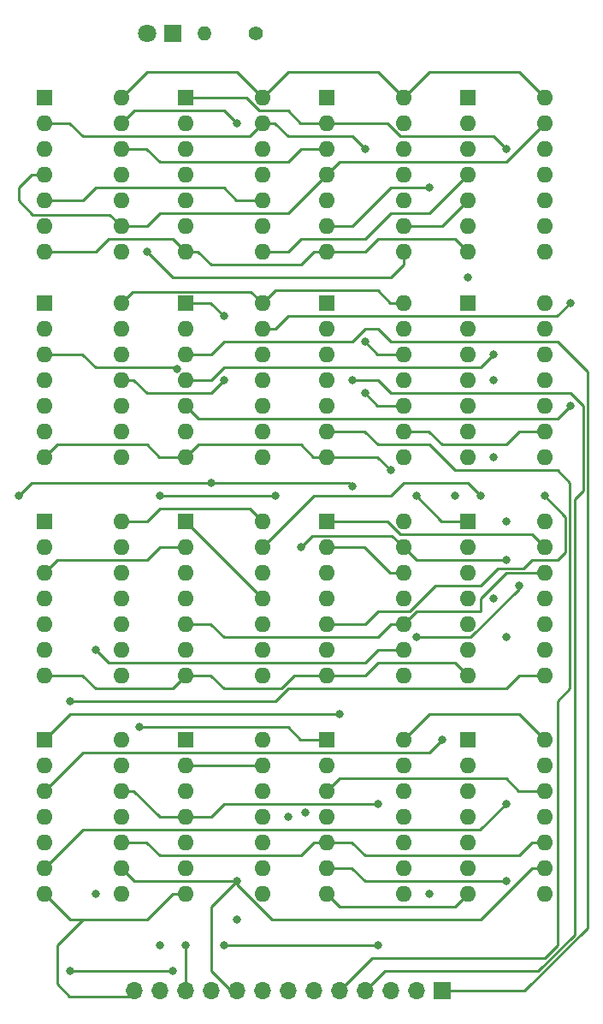
<source format=gbl>
%TF.GenerationSoftware,KiCad,Pcbnew,(6.0.9)*%
%TF.CreationDate,2025-06-18T12:23:39-04:00*%
%TF.ProjectId,Seven Segment Display,53657665-6e20-4536-9567-6d656e742044,2*%
%TF.SameCoordinates,Original*%
%TF.FileFunction,Copper,L4,Bot*%
%TF.FilePolarity,Positive*%
%FSLAX46Y46*%
G04 Gerber Fmt 4.6, Leading zero omitted, Abs format (unit mm)*
G04 Created by KiCad (PCBNEW (6.0.9)) date 2025-06-18 12:23:39*
%MOMM*%
%LPD*%
G01*
G04 APERTURE LIST*
%TA.AperFunction,ComponentPad*%
%ADD10R,1.800000X1.800000*%
%TD*%
%TA.AperFunction,ComponentPad*%
%ADD11C,1.800000*%
%TD*%
%TA.AperFunction,ComponentPad*%
%ADD12O,1.700000X1.700000*%
%TD*%
%TA.AperFunction,ComponentPad*%
%ADD13R,1.700000X1.700000*%
%TD*%
%TA.AperFunction,ComponentPad*%
%ADD14R,1.600000X1.600000*%
%TD*%
%TA.AperFunction,ComponentPad*%
%ADD15O,1.600000X1.600000*%
%TD*%
%TA.AperFunction,ComponentPad*%
%ADD16C,1.400000*%
%TD*%
%TA.AperFunction,ComponentPad*%
%ADD17O,1.400000X1.400000*%
%TD*%
%TA.AperFunction,ViaPad*%
%ADD18C,0.800000*%
%TD*%
%TA.AperFunction,Conductor*%
%ADD19C,0.250000*%
%TD*%
G04 APERTURE END LIST*
D10*
%TO.P,D1,1,K*%
%TO.N,Net-(D1-Pad1)*%
X127000000Y-33020000D03*
D11*
%TO.P,D1,2,A*%
%TO.N,+5V*%
X124460000Y-33020000D03*
%TD*%
D12*
%TO.P,J1,13,Pin_13*%
%TO.N,GND*%
X123185000Y-127705000D03*
%TO.P,J1,12,Pin_12*%
%TO.N,+5V*%
X125725000Y-127705000D03*
%TO.P,J1,11,Pin_11*%
%TO.N,D*%
X128265000Y-127705000D03*
%TO.P,J1,10,Pin_10*%
%TO.N,C*%
X130805000Y-127705000D03*
%TO.P,J1,9,Pin_9*%
%TO.N,B*%
X133345000Y-127705000D03*
%TO.P,J1,8,Pin_8*%
%TO.N,A*%
X135885000Y-127705000D03*
%TO.P,J1,7,Pin_7*%
%TO.N,G-segment*%
X138425000Y-127705000D03*
%TO.P,J1,6,Pin_6*%
%TO.N,F-segment*%
X140965000Y-127705000D03*
%TO.P,J1,5,Pin_5*%
%TO.N,E-segment*%
X143505000Y-127705000D03*
%TO.P,J1,4,Pin_4*%
%TO.N,D-segment*%
X146045000Y-127705000D03*
%TO.P,J1,3,Pin_3*%
%TO.N,C-segment*%
X148585000Y-127705000D03*
%TO.P,J1,2,Pin_2*%
%TO.N,B-segment*%
X151125000Y-127705000D03*
D13*
%TO.P,J1,1,Pin_1*%
%TO.N,A-segment*%
X153665000Y-127705000D03*
%TD*%
D14*
%TO.P,U1,1*%
%TO.N,A*%
X142245000Y-81285000D03*
D15*
%TO.P,U1,2*%
%TO.N,B'*%
X142245000Y-83825000D03*
%TO.P,U1,3*%
%TO.N,Net-(U1-Pad3)*%
X142245000Y-86365000D03*
%TO.P,U1,4*%
%TO.N,A'*%
X142245000Y-88905000D03*
%TO.P,U1,5*%
%TO.N,Net-(U1-Pad5)*%
X142245000Y-91445000D03*
%TO.P,U1,6*%
%TO.N,Net-(U1-Pad6)*%
X142245000Y-93985000D03*
%TO.P,U1,7,GND*%
%TO.N,GND*%
X142245000Y-96525000D03*
%TO.P,U1,8*%
%TO.N,Net-(U1-Pad8)*%
X149865000Y-96525000D03*
%TO.P,U1,9*%
%TO.N,C'*%
X149865000Y-93985000D03*
%TO.P,U1,10*%
%TO.N,D*%
X149865000Y-91445000D03*
%TO.P,U1,11*%
%TO.N,Net-(U1-Pad11)*%
X149865000Y-88905000D03*
%TO.P,U1,12*%
%TO.N,B'*%
X149865000Y-86365000D03*
%TO.P,U1,13*%
%TO.N,D'*%
X149865000Y-83825000D03*
%TO.P,U1,14,VCC*%
%TO.N,+5V*%
X149865000Y-81285000D03*
%TD*%
D14*
%TO.P,U10,1*%
%TO.N,Net-(U10-Pad1)*%
X114305000Y-59695000D03*
D15*
%TO.P,U10,2*%
%TO.N,D'*%
X114305000Y-62235000D03*
%TO.P,U10,3*%
%TO.N,Net-(U10-Pad3)*%
X114305000Y-64775000D03*
%TO.P,U10,4*%
%TO.N,Net-(U10-Pad4)*%
X114305000Y-67315000D03*
%TO.P,U10,5*%
%TO.N,C*%
X114305000Y-69855000D03*
%TO.P,U10,6*%
%TO.N,Net-(U10-Pad6)*%
X114305000Y-72395000D03*
%TO.P,U10,7,GND*%
%TO.N,GND*%
X114305000Y-74935000D03*
%TO.P,U10,8*%
%TO.N,Net-(U10-Pad12)*%
X121925000Y-74935000D03*
%TO.P,U10,9*%
%TO.N,Net-(U10-Pad9)*%
X121925000Y-72395000D03*
%TO.P,U10,10*%
%TO.N,Net-(U10-Pad10)*%
X121925000Y-69855000D03*
%TO.P,U10,11*%
%TO.N,Net-(U10-Pad11)*%
X121925000Y-67315000D03*
%TO.P,U10,12*%
%TO.N,Net-(U10-Pad12)*%
X121925000Y-64775000D03*
%TO.P,U10,13*%
%TO.N,Net-(U10-Pad13)*%
X121925000Y-62235000D03*
%TO.P,U10,14,VCC*%
%TO.N,+5V*%
X121925000Y-59695000D03*
%TD*%
D14*
%TO.P,U15,1*%
%TO.N,Net-(U11-Pad6)*%
X142245000Y-102875000D03*
D15*
%TO.P,U15,2*%
%TO.N,Net-(U13-Pad6)*%
X142245000Y-105415000D03*
%TO.P,U15,3*%
%TO.N,Net-(U13-Pad12)*%
X142245000Y-107955000D03*
%TO.P,U15,4*%
%TO.N,Net-(U11-Pad8)*%
X142245000Y-110495000D03*
%TO.P,U15,5*%
%TO.N,C'*%
X142245000Y-113035000D03*
%TO.P,U15,6*%
%TO.N,Net-(U13-Pad13)*%
X142245000Y-115575000D03*
%TO.P,U15,7,GND*%
%TO.N,GND*%
X142245000Y-118115000D03*
%TO.P,U15,8*%
%TO.N,Net-(U14-Pad12)*%
X149865000Y-118115000D03*
%TO.P,U15,9*%
%TO.N,A*%
X149865000Y-115575000D03*
%TO.P,U15,10*%
%TO.N,Net-(U14-Pad6)*%
X149865000Y-113035000D03*
%TO.P,U15,11*%
%TO.N,Net-(U14-Pad13)*%
X149865000Y-110495000D03*
%TO.P,U15,12*%
%TO.N,Net-(U14-Pad8)*%
X149865000Y-107955000D03*
%TO.P,U15,13*%
%TO.N,C*%
X149865000Y-105415000D03*
%TO.P,U15,14,VCC*%
%TO.N,+5V*%
X149865000Y-102875000D03*
%TD*%
D14*
%TO.P,U4,1*%
%TO.N,A'*%
X128275000Y-39375000D03*
D15*
%TO.P,U4,2*%
%TO.N,Net-(U10-Pad6)*%
X128275000Y-41915000D03*
%TO.P,U4,3*%
%TO.N,Net-(U10-Pad9)*%
X128275000Y-44455000D03*
%TO.P,U4,4*%
%TO.N,A*%
X128275000Y-46995000D03*
%TO.P,U4,5*%
%TO.N,Net-(U10-Pad3)*%
X128275000Y-49535000D03*
%TO.P,U4,6*%
%TO.N,Net-(U10-Pad10)*%
X128275000Y-52075000D03*
%TO.P,U4,7,GND*%
%TO.N,GND*%
X128275000Y-54615000D03*
%TO.P,U4,8*%
%TO.N,Net-(U4-Pad8)*%
X135895000Y-54615000D03*
%TO.P,U4,9*%
%TO.N,A*%
X135895000Y-52075000D03*
%TO.P,U4,10*%
%TO.N,C'*%
X135895000Y-49535000D03*
%TO.P,U4,11*%
%TO.N,Net-(U4-Pad11)*%
X135895000Y-46995000D03*
%TO.P,U4,12*%
%TO.N,C*%
X135895000Y-44455000D03*
%TO.P,U4,13*%
%TO.N,D*%
X135895000Y-41915000D03*
%TO.P,U4,14,VCC*%
%TO.N,+5V*%
X135895000Y-39375000D03*
%TD*%
D16*
%TO.P,R1,1*%
%TO.N,GND*%
X135230000Y-33020000D03*
D17*
%TO.P,R1,2*%
%TO.N,Net-(D1-Pad1)*%
X130150000Y-33020000D03*
%TD*%
D14*
%TO.P,U11,1*%
%TO.N,Net-(U11-Pad1)*%
X128275000Y-102875000D03*
D15*
%TO.P,U11,2*%
%TO.N,D'*%
X128275000Y-105415000D03*
%TO.P,U11,3*%
%TO.N,Net-(U11-Pad3)*%
X128275000Y-107955000D03*
%TO.P,U11,4*%
%TO.N,A*%
X128275000Y-110495000D03*
%TO.P,U11,5*%
%TO.N,D*%
X128275000Y-113035000D03*
%TO.P,U11,6*%
%TO.N,Net-(U11-Pad6)*%
X128275000Y-115575000D03*
%TO.P,U11,7,GND*%
%TO.N,GND*%
X128275000Y-118115000D03*
%TO.P,U11,8*%
%TO.N,Net-(U11-Pad8)*%
X135895000Y-118115000D03*
%TO.P,U11,9*%
%TO.N,A'*%
X135895000Y-115575000D03*
%TO.P,U11,10*%
%TO.N,B*%
X135895000Y-113035000D03*
%TO.P,U11,11*%
%TO.N,Net-(U11-Pad11)*%
X135895000Y-110495000D03*
%TO.P,U11,12*%
%TO.N,Net-(U11-Pad12)*%
X135895000Y-107955000D03*
%TO.P,U11,13*%
%TO.N,D'*%
X135895000Y-105415000D03*
%TO.P,U11,14,VCC*%
%TO.N,+5V*%
X135895000Y-102875000D03*
%TD*%
D14*
%TO.P,U8,1*%
%TO.N,Net-(U1-Pad3)*%
X156215000Y-81285000D03*
D15*
%TO.P,U8,2*%
%TO.N,Net-(U1-Pad6)*%
X156215000Y-83825000D03*
%TO.P,U8,3*%
%TO.N,Net-(U2-Pad4)*%
X156215000Y-86365000D03*
%TO.P,U8,4*%
%TO.N,Net-(U6-Pad6)*%
X156215000Y-88905000D03*
%TO.P,U8,5*%
%TO.N,Net-(U6-Pad3)*%
X156215000Y-91445000D03*
%TO.P,U8,6*%
%TO.N,Net-(U7-Pad2)*%
X156215000Y-93985000D03*
%TO.P,U8,7,GND*%
%TO.N,GND*%
X156215000Y-96525000D03*
%TO.P,U8,8*%
%TO.N,Net-(U6-Pad2)*%
X163835000Y-96525000D03*
%TO.P,U8,9*%
%TO.N,B'*%
X163835000Y-93985000D03*
%TO.P,U8,10*%
%TO.N,D'*%
X163835000Y-91445000D03*
%TO.P,U8,11*%
%TO.N,Net-(U6-Pad5)*%
X163835000Y-88905000D03*
%TO.P,U8,12*%
%TO.N,D*%
X163835000Y-86365000D03*
%TO.P,U8,13*%
%TO.N,A*%
X163835000Y-83825000D03*
%TO.P,U8,14,VCC*%
%TO.N,+5V*%
X163835000Y-81285000D03*
%TD*%
D14*
%TO.P,U12,1*%
%TO.N,A*%
X142245000Y-39375000D03*
D15*
%TO.P,U12,2*%
%TO.N,A'*%
X142245000Y-41915000D03*
%TO.P,U12,3*%
%TO.N,B*%
X142245000Y-44455000D03*
%TO.P,U12,4*%
%TO.N,B'*%
X142245000Y-46995000D03*
%TO.P,U12,5*%
%TO.N,C*%
X142245000Y-49535000D03*
%TO.P,U12,6*%
%TO.N,C'*%
X142245000Y-52075000D03*
%TO.P,U12,7,GND*%
%TO.N,GND*%
X142245000Y-54615000D03*
%TO.P,U12,8*%
%TO.N,D'*%
X149865000Y-54615000D03*
%TO.P,U12,9*%
%TO.N,D*%
X149865000Y-52075000D03*
%TO.P,U12,10*%
%TO.N,N/C*%
X149865000Y-49535000D03*
%TO.P,U12,11*%
X149865000Y-46995000D03*
%TO.P,U12,12*%
X149865000Y-44455000D03*
%TO.P,U12,13*%
X149865000Y-41915000D03*
%TO.P,U12,14,VCC*%
%TO.N,+5V*%
X149865000Y-39375000D03*
%TD*%
D14*
%TO.P,U13,1*%
%TO.N,Net-(U13-Pad1)*%
X156215000Y-102875000D03*
D15*
%TO.P,U13,2*%
%TO.N,Net-(U11-Pad11)*%
X156215000Y-105415000D03*
%TO.P,U13,3*%
%TO.N,F-segment*%
X156215000Y-107955000D03*
%TO.P,U13,4*%
%TO.N,B'*%
X156215000Y-110495000D03*
%TO.P,U13,5*%
%TO.N,C*%
X156215000Y-113035000D03*
%TO.P,U13,6*%
%TO.N,Net-(U13-Pad6)*%
X156215000Y-115575000D03*
%TO.P,U13,7,GND*%
%TO.N,GND*%
X156215000Y-118115000D03*
%TO.P,U13,8*%
%TO.N,Net-(U11-Pad12)*%
X163835000Y-118115000D03*
%TO.P,U13,9*%
%TO.N,B*%
X163835000Y-115575000D03*
%TO.P,U13,10*%
%TO.N,C'*%
X163835000Y-113035000D03*
%TO.P,U13,11*%
%TO.N,Net-(U13-Pad1)*%
X163835000Y-110495000D03*
%TO.P,U13,12*%
%TO.N,Net-(U13-Pad12)*%
X163835000Y-107955000D03*
%TO.P,U13,13*%
%TO.N,Net-(U13-Pad13)*%
X163835000Y-105415000D03*
%TO.P,U13,14,VCC*%
%TO.N,+5V*%
X163835000Y-102875000D03*
%TD*%
D14*
%TO.P,U2,1*%
%TO.N,C'*%
X156215000Y-59695000D03*
D15*
%TO.P,U2,2*%
%TO.N,D'*%
X156215000Y-62235000D03*
%TO.P,U2,3*%
%TO.N,Net-(U2-Pad3)*%
X156215000Y-64775000D03*
%TO.P,U2,4*%
%TO.N,Net-(U2-Pad4)*%
X156215000Y-67315000D03*
%TO.P,U2,5*%
%TO.N,Net-(U1-Pad8)*%
X156215000Y-69855000D03*
%TO.P,U2,6*%
%TO.N,C-segment*%
X156215000Y-72395000D03*
%TO.P,U2,7,GND*%
%TO.N,GND*%
X156215000Y-74935000D03*
%TO.P,U2,8*%
%TO.N,Net-(U2-Pad12)*%
X163835000Y-74935000D03*
%TO.P,U2,9*%
%TO.N,B*%
X163835000Y-72395000D03*
%TO.P,U2,10*%
%TO.N,C'*%
X163835000Y-69855000D03*
%TO.P,U2,11*%
%TO.N,Net-(U1-Pad5)*%
X163835000Y-67315000D03*
%TO.P,U2,12*%
%TO.N,Net-(U2-Pad12)*%
X163835000Y-64775000D03*
%TO.P,U2,13*%
%TO.N,D*%
X163835000Y-62235000D03*
%TO.P,U2,14,VCC*%
%TO.N,+5V*%
X163835000Y-59695000D03*
%TD*%
D14*
%TO.P,U14,1*%
%TO.N,Net-(U14-Pad1)*%
X128275000Y-81285000D03*
D15*
%TO.P,U14,2*%
%TO.N,Net-(U14-Pad2)*%
X128275000Y-83825000D03*
%TO.P,U14,3*%
%TO.N,G-segment*%
X128275000Y-86365000D03*
%TO.P,U14,4*%
%TO.N,B'*%
X128275000Y-88905000D03*
%TO.P,U14,5*%
%TO.N,D*%
X128275000Y-91445000D03*
%TO.P,U14,6*%
%TO.N,Net-(U14-Pad6)*%
X128275000Y-93985000D03*
%TO.P,U14,7,GND*%
%TO.N,GND*%
X128275000Y-96525000D03*
%TO.P,U14,8*%
%TO.N,Net-(U14-Pad8)*%
X135895000Y-96525000D03*
%TO.P,U14,9*%
%TO.N,B'*%
X135895000Y-93985000D03*
%TO.P,U14,10*%
%TO.N,D'*%
X135895000Y-91445000D03*
%TO.P,U14,11*%
%TO.N,Net-(U14-Pad1)*%
X135895000Y-88905000D03*
%TO.P,U14,12*%
%TO.N,Net-(U14-Pad12)*%
X135895000Y-86365000D03*
%TO.P,U14,13*%
%TO.N,Net-(U14-Pad13)*%
X135895000Y-83825000D03*
%TO.P,U14,14,VCC*%
%TO.N,+5V*%
X135895000Y-81285000D03*
%TD*%
D14*
%TO.P,U6,1*%
%TO.N,C*%
X114305000Y-102875000D03*
D15*
%TO.P,U6,2*%
%TO.N,Net-(U6-Pad2)*%
X114305000Y-105415000D03*
%TO.P,U6,3*%
%TO.N,Net-(U6-Pad3)*%
X114305000Y-107955000D03*
%TO.P,U6,4*%
%TO.N,Net-(U6-Pad4)*%
X114305000Y-110495000D03*
%TO.P,U6,5*%
%TO.N,Net-(U6-Pad5)*%
X114305000Y-113035000D03*
%TO.P,U6,6*%
%TO.N,Net-(U6-Pad6)*%
X114305000Y-115575000D03*
%TO.P,U6,7,GND*%
%TO.N,GND*%
X114305000Y-118115000D03*
%TO.P,U6,8*%
%TO.N,Net-(U6-Pad4)*%
X121925000Y-118115000D03*
%TO.P,U6,9*%
%TO.N,B*%
X121925000Y-115575000D03*
%TO.P,U6,10*%
%TO.N,C'*%
X121925000Y-113035000D03*
%TO.P,U6,11*%
%TO.N,Net-(U6-Pad11)*%
X121925000Y-110495000D03*
%TO.P,U6,12*%
%TO.N,A*%
X121925000Y-107955000D03*
%TO.P,U6,13*%
%TO.N,Net-(U6-Pad13)*%
X121925000Y-105415000D03*
%TO.P,U6,14,VCC*%
%TO.N,+5V*%
X121925000Y-102875000D03*
%TD*%
D14*
%TO.P,U7,1*%
%TO.N,Net-(U1-Pad11)*%
X142245000Y-59695000D03*
D15*
%TO.P,U7,2*%
%TO.N,Net-(U7-Pad2)*%
X142245000Y-62235000D03*
%TO.P,U7,3*%
%TO.N,D-segment*%
X142245000Y-64775000D03*
%TO.P,U7,4*%
%TO.N,Net-(U6-Pad11)*%
X142245000Y-67315000D03*
%TO.P,U7,5*%
%TO.N,Net-(U11-Pad3)*%
X142245000Y-69855000D03*
%TO.P,U7,6*%
%TO.N,E-segment*%
X142245000Y-72395000D03*
%TO.P,U7,7,GND*%
%TO.N,GND*%
X142245000Y-74935000D03*
%TO.P,U7,8*%
%TO.N,Net-(U6-Pad13)*%
X149865000Y-74935000D03*
%TO.P,U7,9*%
%TO.N,B*%
X149865000Y-72395000D03*
%TO.P,U7,10*%
%TO.N,C*%
X149865000Y-69855000D03*
%TO.P,U7,11*%
%TO.N,Net-(U11-Pad1)*%
X149865000Y-67315000D03*
%TO.P,U7,12*%
%TO.N,C*%
X149865000Y-64775000D03*
%TO.P,U7,13*%
%TO.N,B'*%
X149865000Y-62235000D03*
%TO.P,U7,14,VCC*%
%TO.N,+5V*%
X149865000Y-59695000D03*
%TD*%
D14*
%TO.P,U9,1*%
%TO.N,Net-(U10-Pad11)*%
X128275000Y-59695000D03*
D15*
%TO.P,U9,2*%
%TO.N,Net-(U3-Pad11)*%
X128275000Y-62235000D03*
%TO.P,U9,3*%
%TO.N,A-segment*%
X128275000Y-64775000D03*
%TO.P,U9,4*%
%TO.N,Net-(U5-Pad6)*%
X128275000Y-67315000D03*
%TO.P,U9,5*%
%TO.N,Net-(U5-Pad8)*%
X128275000Y-69855000D03*
%TO.P,U9,6*%
%TO.N,Net-(U9-Pad12)*%
X128275000Y-72395000D03*
%TO.P,U9,7,GND*%
%TO.N,GND*%
X128275000Y-74935000D03*
%TO.P,U9,8*%
%TO.N,Net-(U5-Pad10)*%
X135895000Y-74935000D03*
%TO.P,U9,9*%
%TO.N,Net-(U4-Pad11)*%
X135895000Y-72395000D03*
%TO.P,U9,10*%
%TO.N,Net-(U5-Pad3)*%
X135895000Y-69855000D03*
%TO.P,U9,11*%
%TO.N,B-segment*%
X135895000Y-67315000D03*
%TO.P,U9,12*%
%TO.N,Net-(U9-Pad12)*%
X135895000Y-64775000D03*
%TO.P,U9,13*%
%TO.N,Net-(U5-Pad11)*%
X135895000Y-62235000D03*
%TO.P,U9,14,VCC*%
%TO.N,+5V*%
X135895000Y-59695000D03*
%TD*%
D14*
%TO.P,U16,1*%
%TO.N,Net-(U16-Pad1)*%
X114305000Y-81285000D03*
D15*
%TO.P,U16,2*%
%TO.N,C'*%
X114305000Y-83825000D03*
%TO.P,U16,3*%
%TO.N,Net-(U14-Pad2)*%
X114305000Y-86365000D03*
%TO.P,U16,4*%
%TO.N,A'*%
X114305000Y-88905000D03*
%TO.P,U16,5*%
%TO.N,B*%
X114305000Y-91445000D03*
%TO.P,U16,6*%
%TO.N,Net-(U16-Pad1)*%
X114305000Y-93985000D03*
%TO.P,U16,7,GND*%
%TO.N,GND*%
X114305000Y-96525000D03*
%TO.P,U16,8*%
%TO.N,unconnected-(U16-Pad8)*%
X121925000Y-96525000D03*
%TO.P,U16,9*%
%TO.N,unconnected-(U16-Pad9)*%
X121925000Y-93985000D03*
%TO.P,U16,10*%
%TO.N,unconnected-(U16-Pad10)*%
X121925000Y-91445000D03*
%TO.P,U16,11*%
%TO.N,unconnected-(U16-Pad11)*%
X121925000Y-88905000D03*
%TO.P,U16,12*%
%TO.N,unconnected-(U16-Pad12)*%
X121925000Y-86365000D03*
%TO.P,U16,13*%
%TO.N,unconnected-(U16-Pad13)*%
X121925000Y-83825000D03*
%TO.P,U16,14,VCC*%
%TO.N,+5V*%
X121925000Y-81285000D03*
%TD*%
D14*
%TO.P,U3,1*%
%TO.N,B*%
X114305000Y-39375000D03*
D15*
%TO.P,U3,2*%
%TO.N,D*%
X114305000Y-41915000D03*
%TO.P,U3,3*%
%TO.N,Net-(U10-Pad4)*%
X114305000Y-44455000D03*
%TO.P,U3,4*%
%TO.N,B'*%
X114305000Y-46995000D03*
%TO.P,U3,5*%
%TO.N,C'*%
X114305000Y-49535000D03*
%TO.P,U3,6*%
%TO.N,Net-(U10-Pad1)*%
X114305000Y-52075000D03*
%TO.P,U3,7,GND*%
%TO.N,GND*%
X114305000Y-54615000D03*
%TO.P,U3,8*%
%TO.N,Net-(U10-Pad13)*%
X121925000Y-54615000D03*
%TO.P,U3,9*%
%TO.N,B'*%
X121925000Y-52075000D03*
%TO.P,U3,10*%
%TO.N,D'*%
X121925000Y-49535000D03*
%TO.P,U3,11*%
%TO.N,Net-(U3-Pad11)*%
X121925000Y-46995000D03*
%TO.P,U3,12*%
%TO.N,B*%
X121925000Y-44455000D03*
%TO.P,U3,13*%
%TO.N,C*%
X121925000Y-41915000D03*
%TO.P,U3,14,VCC*%
%TO.N,+5V*%
X121925000Y-39375000D03*
%TD*%
D14*
%TO.P,U5,1*%
%TO.N,C'*%
X156205000Y-39375000D03*
D15*
%TO.P,U5,2*%
%TO.N,D'*%
X156205000Y-41915000D03*
%TO.P,U5,3*%
%TO.N,Net-(U5-Pad3)*%
X156205000Y-44455000D03*
%TO.P,U5,4*%
%TO.N,Net-(U4-Pad8)*%
X156205000Y-46995000D03*
%TO.P,U5,5*%
%TO.N,D*%
X156205000Y-49535000D03*
%TO.P,U5,6*%
%TO.N,Net-(U5-Pad6)*%
X156205000Y-52075000D03*
%TO.P,U5,7,GND*%
%TO.N,GND*%
X156205000Y-54615000D03*
%TO.P,U5,8*%
%TO.N,Net-(U5-Pad8)*%
X163825000Y-54615000D03*
%TO.P,U5,9*%
%TO.N,A'*%
X163825000Y-52075000D03*
%TO.P,U5,10*%
%TO.N,Net-(U5-Pad10)*%
X163825000Y-49535000D03*
%TO.P,U5,11*%
%TO.N,Net-(U5-Pad11)*%
X163825000Y-46995000D03*
%TO.P,U5,12*%
%TO.N,Net-(U2-Pad3)*%
X163825000Y-44455000D03*
%TO.P,U5,13*%
%TO.N,B'*%
X163825000Y-41915000D03*
%TO.P,U5,14,VCC*%
%TO.N,+5V*%
X163825000Y-39375000D03*
%TD*%
D18*
%TO.N,A*%
X147315000Y-109230000D03*
%TO.N,B*%
X133345000Y-116850000D03*
%TO.N,C*%
X133345000Y-41920000D03*
X146045000Y-63510000D03*
X146045000Y-68590000D03*
X127000000Y-125740000D03*
X143505000Y-100340000D03*
X116835000Y-125740000D03*
%TO.N,D*%
X128265000Y-123200000D03*
X146045000Y-44460000D03*
%TO.N,B-segment*%
X156205000Y-57160000D03*
%TO.N,D-segment*%
X144775000Y-67320000D03*
%TO.N,G-segment*%
X125725000Y-123200000D03*
%TO.N,A'*%
X111755000Y-78750000D03*
X140145000Y-110050000D03*
X160015000Y-44460000D03*
X130805000Y-77480000D03*
X144775000Y-77754500D03*
%TO.N,C'*%
X152395000Y-48270000D03*
X119375000Y-93990000D03*
%TO.N,GND*%
X148585000Y-76210000D03*
%TO.N,D'*%
X124455000Y-54620000D03*
X160015000Y-85100000D03*
X139695000Y-83830000D03*
%TO.N,+5V*%
X152395000Y-118120000D03*
X154935000Y-78750000D03*
X119375000Y-118120000D03*
%TO.N,Net-(U2-Pad4)*%
X160015000Y-81290000D03*
X160015000Y-92720000D03*
%TO.N,Net-(U10-Pad3)*%
X127451995Y-66183067D03*
%TO.N,Net-(U10-Pad11)*%
X132075000Y-67320000D03*
X132075000Y-60970000D03*
%TO.N,Net-(U11-Pad6)*%
X123730500Y-101610000D03*
%TO.N,Net-(U1-Pad3)*%
X151125000Y-78750000D03*
%TO.N,Net-(U1-Pad5)*%
X163830000Y-78740000D03*
X158750000Y-67310000D03*
X158750000Y-74930000D03*
%TO.N,Net-(U1-Pad6)*%
X151125000Y-92720000D03*
X161285000Y-87640000D03*
%TO.N,Net-(U1-Pad8)*%
X158745000Y-88910000D03*
%TO.N,Net-(U5-Pad6)*%
X158745000Y-64780000D03*
%TO.N,Net-(U5-Pad8)*%
X166365000Y-69860000D03*
%TO.N,Net-(U5-Pad11)*%
X166370000Y-59690000D03*
%TO.N,Net-(U6-Pad2)*%
X116835000Y-99070000D03*
%TO.N,Net-(U6-Pad3)*%
X153665000Y-102880000D03*
%TO.N,Net-(U6-Pad6)*%
X160020000Y-109220000D03*
%TO.N,Net-(U6-Pad11)*%
X137155000Y-78750000D03*
X125725000Y-78750000D03*
%TO.N,Net-(U13-Pad13)*%
X160015000Y-116850000D03*
%TO.N,Net-(U14-Pad6)*%
X147315000Y-123200000D03*
X132075000Y-123200000D03*
%TO.N,Net-(U14-Pad8)*%
X138425000Y-110500000D03*
%TO.N,Net-(U14-Pad12)*%
X133345000Y-120660000D03*
%TO.N,Net-(U14-Pad13)*%
X157475000Y-78750000D03*
%TD*%
D19*
%TO.N,C*%
X116835000Y-125740000D02*
X127000000Y-125740000D01*
%TO.N,A-segment*%
X161857792Y-127705000D02*
X153665000Y-127705000D01*
X168090000Y-121472792D02*
X161857792Y-127705000D01*
X168090000Y-66490000D02*
X168090000Y-121472792D01*
X165110000Y-63510000D02*
X168090000Y-66490000D01*
X144775000Y-63510000D02*
X146045000Y-62240000D01*
X147315000Y-62240000D02*
X148585000Y-63510000D01*
X132075000Y-63510000D02*
X144775000Y-63510000D01*
X146045000Y-62240000D02*
X147315000Y-62240000D01*
X130810000Y-64775000D02*
X132075000Y-63510000D01*
X148585000Y-63510000D02*
X165110000Y-63510000D01*
X128275000Y-64775000D02*
X130810000Y-64775000D01*
%TO.N,D-segment*%
X148020000Y-125730000D02*
X146045000Y-127705000D01*
X163196396Y-125730000D02*
X148020000Y-125730000D01*
X166805000Y-79066701D02*
X166805000Y-122121396D01*
X167640000Y-69860000D02*
X167640000Y-78231701D01*
X148585000Y-68590000D02*
X166370000Y-68590000D01*
X166805000Y-122121396D02*
X163196396Y-125730000D01*
X147315000Y-67320000D02*
X148585000Y-68590000D01*
X166370000Y-68590000D02*
X167640000Y-69860000D01*
X167640000Y-78231701D02*
X166805000Y-79066701D01*
X144775000Y-67320000D02*
X147315000Y-67320000D01*
%TO.N,E-segment*%
X146750000Y-124460000D02*
X143505000Y-127705000D01*
X163830000Y-124460000D02*
X146750000Y-124460000D01*
X165100000Y-99060000D02*
X165100000Y-123190000D01*
X152395000Y-73670000D02*
X154935000Y-76210000D01*
X147315000Y-73670000D02*
X152395000Y-73670000D01*
X146040000Y-72395000D02*
X147315000Y-73670000D01*
X165095000Y-76210000D02*
X166355000Y-77470000D01*
X166355000Y-97805000D02*
X165100000Y-99060000D01*
X142245000Y-72395000D02*
X146040000Y-72395000D01*
X154935000Y-76210000D02*
X165095000Y-76210000D01*
X166355000Y-77470000D02*
X166355000Y-97805000D01*
X165100000Y-123190000D02*
X163830000Y-124460000D01*
%TO.N,B*%
X132770000Y-127705000D02*
X133345000Y-127705000D01*
X130805000Y-119390000D02*
X130805000Y-125740000D01*
X130805000Y-125740000D02*
X132770000Y-127705000D01*
X133345000Y-116850000D02*
X130805000Y-119390000D01*
%TO.N,D*%
X128265000Y-123200000D02*
X128265000Y-127705000D01*
%TO.N,GND*%
X115565000Y-127010000D02*
X115565000Y-123200000D01*
X116825000Y-128270000D02*
X115565000Y-127010000D01*
X122620000Y-128270000D02*
X116825000Y-128270000D01*
X115565000Y-123200000D02*
X118105000Y-120660000D01*
X123185000Y-127705000D02*
X122620000Y-128270000D01*
%TO.N,A*%
X121925000Y-107955000D02*
X123180000Y-107955000D01*
X128275000Y-110495000D02*
X130810000Y-110495000D01*
X162570000Y-82560000D02*
X163835000Y-83825000D01*
X142245000Y-81285000D02*
X148274009Y-81285000D01*
X123180000Y-107955000D02*
X125725000Y-110500000D01*
X149549009Y-82560000D02*
X162570000Y-82560000D01*
X125725000Y-110500000D02*
X125730000Y-110495000D01*
X148274009Y-81285000D02*
X149549009Y-82560000D01*
X125730000Y-110495000D02*
X128275000Y-110495000D01*
X132075000Y-109230000D02*
X147315000Y-109230000D01*
X130810000Y-110495000D02*
X132075000Y-109230000D01*
%TO.N,B*%
X138425000Y-45730000D02*
X139700000Y-44455000D01*
X163835000Y-115575000D02*
X162560000Y-115575000D01*
X124450000Y-44455000D02*
X125725000Y-45730000D01*
X161290000Y-72395000D02*
X163835000Y-72395000D01*
X133345000Y-116850000D02*
X123200000Y-116850000D01*
X136849009Y-120660000D02*
X133345000Y-117155991D01*
X152390000Y-72395000D02*
X153665000Y-73670000D01*
X149865000Y-72395000D02*
X152390000Y-72395000D01*
X125725000Y-45730000D02*
X138425000Y-45730000D01*
X133345000Y-117155991D02*
X133345000Y-116850000D01*
X157475000Y-120660000D02*
X136849009Y-120660000D01*
X121925000Y-44455000D02*
X124450000Y-44455000D01*
X160015000Y-73670000D02*
X161290000Y-72395000D01*
X162560000Y-115575000D02*
X157475000Y-120660000D01*
X153665000Y-73670000D02*
X160015000Y-73670000D01*
X139700000Y-44455000D02*
X142245000Y-44455000D01*
X123200000Y-116850000D02*
X121925000Y-115575000D01*
%TO.N,C*%
X147310000Y-64775000D02*
X149865000Y-64775000D01*
X121925000Y-41915000D02*
X123190000Y-40650000D01*
X123190000Y-40650000D02*
X132075000Y-40650000D01*
X116840000Y-100340000D02*
X114305000Y-102875000D01*
X147310000Y-69855000D02*
X149865000Y-69855000D01*
X146045000Y-68590000D02*
X147310000Y-69855000D01*
X143505000Y-100340000D02*
X116840000Y-100340000D01*
X146045000Y-63510000D02*
X147310000Y-64775000D01*
X132075000Y-40650000D02*
X133345000Y-41920000D01*
%TO.N,D*%
X157475000Y-88910000D02*
X157475000Y-90180000D01*
X114305000Y-41915000D02*
X116830000Y-41915000D01*
X149865000Y-52075000D02*
X153665000Y-52075000D01*
X138425000Y-43190000D02*
X144775000Y-43190000D01*
X148590000Y-91445000D02*
X147315000Y-92720000D01*
X132075000Y-92720000D02*
X130800000Y-91445000D01*
X151130000Y-90180000D02*
X149865000Y-91445000D01*
X135895000Y-41915000D02*
X137150000Y-41915000D01*
X144775000Y-43190000D02*
X146045000Y-44460000D01*
X147315000Y-92720000D02*
X132075000Y-92720000D01*
X137150000Y-41915000D02*
X138425000Y-43190000D01*
X153665000Y-52075000D02*
X156205000Y-49535000D01*
X160020000Y-86365000D02*
X157475000Y-88910000D01*
X116830000Y-41915000D02*
X118105000Y-43190000D01*
X157475000Y-90180000D02*
X151130000Y-90180000D01*
X163835000Y-86365000D02*
X160020000Y-86365000D01*
X134620000Y-43190000D02*
X135895000Y-41915000D01*
X118105000Y-43190000D02*
X134620000Y-43190000D01*
X130800000Y-91445000D02*
X128275000Y-91445000D01*
X149865000Y-91445000D02*
X148590000Y-91445000D01*
%TO.N,A'*%
X134304009Y-39375000D02*
X135579009Y-40650000D01*
X128275000Y-39375000D02*
X134304009Y-39375000D01*
X142245000Y-41915000D02*
X148274009Y-41915000D01*
X158745000Y-43190000D02*
X160015000Y-44460000D01*
X113025000Y-77480000D02*
X111755000Y-78750000D01*
X144775000Y-77754500D02*
X144500500Y-77480000D01*
X149549009Y-43190000D02*
X158745000Y-43190000D01*
X130805000Y-77480000D02*
X113025000Y-77480000D01*
X135579009Y-40650000D02*
X138425000Y-40650000D01*
X138425000Y-40650000D02*
X139690000Y-41915000D01*
X144500500Y-77480000D02*
X130805000Y-77480000D01*
X139690000Y-41915000D02*
X142245000Y-41915000D01*
X148274009Y-41915000D02*
X149549009Y-43190000D01*
%TO.N,B'*%
X124460000Y-52075000D02*
X125725000Y-50810000D01*
X120800000Y-50950000D02*
X121925000Y-52075000D01*
X160015000Y-45730000D02*
X160015000Y-45725000D01*
X160015000Y-45725000D02*
X163825000Y-41915000D01*
X146040000Y-83825000D02*
X142245000Y-83825000D01*
X138430000Y-50810000D02*
X142245000Y-46995000D01*
X143510000Y-45730000D02*
X160015000Y-45730000D01*
X142245000Y-46995000D02*
X143510000Y-45730000D01*
X121925000Y-52075000D02*
X124460000Y-52075000D01*
X114305000Y-46995000D02*
X113030000Y-46995000D01*
X111755000Y-48270000D02*
X111755000Y-49540000D01*
X125725000Y-50810000D02*
X138430000Y-50810000D01*
X111755000Y-49540000D02*
X113165000Y-50950000D01*
X148580000Y-86365000D02*
X146040000Y-83825000D01*
X113030000Y-46995000D02*
X111755000Y-48270000D01*
X149865000Y-86365000D02*
X148580000Y-86365000D01*
X113165000Y-50950000D02*
X120800000Y-50950000D01*
%TO.N,C'*%
X146045000Y-95260000D02*
X147320000Y-93985000D01*
X140970000Y-113035000D02*
X142245000Y-113035000D01*
X147320000Y-93985000D02*
X149865000Y-93985000D01*
X139695000Y-114310000D02*
X140970000Y-113035000D01*
X142245000Y-113035000D02*
X144770000Y-113035000D01*
X118105000Y-49540000D02*
X119375000Y-48270000D01*
X124450000Y-113035000D02*
X125725000Y-114310000D01*
X118100000Y-49535000D02*
X118105000Y-49540000D01*
X144770000Y-113035000D02*
X146045000Y-114310000D01*
X161285000Y-114310000D02*
X162560000Y-113035000D01*
X162560000Y-113035000D02*
X163835000Y-113035000D01*
X132075000Y-48270000D02*
X133340000Y-49535000D01*
X125725000Y-114310000D02*
X139695000Y-114310000D01*
X142245000Y-52075000D02*
X144780000Y-52075000D01*
X148585000Y-48270000D02*
X152395000Y-48270000D01*
X121925000Y-113035000D02*
X124450000Y-113035000D01*
X119375000Y-48270000D02*
X132075000Y-48270000D01*
X133340000Y-49535000D02*
X135895000Y-49535000D01*
X119375000Y-93990000D02*
X120645000Y-95260000D01*
X120645000Y-95260000D02*
X146045000Y-95260000D01*
X144780000Y-52075000D02*
X148585000Y-48270000D01*
X114305000Y-49535000D02*
X118100000Y-49535000D01*
X146045000Y-114310000D02*
X161285000Y-114310000D01*
%TO.N,GND*%
X116835000Y-120660000D02*
X116835000Y-120645000D01*
X128275000Y-118115000D02*
X127000000Y-118115000D01*
X139695000Y-55890000D02*
X140970000Y-54615000D01*
X128275000Y-96525000D02*
X130800000Y-96525000D01*
X140970000Y-54615000D02*
X142245000Y-54615000D01*
X154950000Y-95260000D02*
X156215000Y-96525000D01*
X130800000Y-96525000D02*
X132075000Y-97800000D01*
X127000000Y-118115000D02*
X124455000Y-120660000D01*
X118105000Y-120660000D02*
X116835000Y-120660000D01*
X147310000Y-74935000D02*
X142245000Y-74935000D01*
X147315000Y-53350000D02*
X154940000Y-53350000D01*
X156215000Y-118115000D02*
X154940000Y-119390000D01*
X130805000Y-55890000D02*
X139695000Y-55890000D01*
X115570000Y-73670000D02*
X114305000Y-74935000D01*
X129530000Y-54615000D02*
X130805000Y-55890000D01*
X114305000Y-96525000D02*
X118100000Y-96525000D01*
X116835000Y-120645000D02*
X114305000Y-118115000D01*
X114305000Y-54615000D02*
X119380000Y-54615000D01*
X137788604Y-97800000D02*
X139063604Y-96525000D01*
X128275000Y-54615000D02*
X129530000Y-54615000D01*
X119375000Y-97800000D02*
X127000000Y-97800000D01*
X119380000Y-54615000D02*
X120645000Y-53350000D01*
X118100000Y-96525000D02*
X119375000Y-97800000D01*
X142245000Y-96525000D02*
X146050000Y-96525000D01*
X127000000Y-97800000D02*
X128275000Y-96525000D01*
X129540000Y-73670000D02*
X128275000Y-74935000D01*
X154940000Y-119390000D02*
X143505000Y-119390000D01*
X143505000Y-119390000D02*
X143505000Y-119375000D01*
X154940000Y-53350000D02*
X156205000Y-54615000D01*
X140960000Y-74935000D02*
X139695000Y-73670000D01*
X127010000Y-53350000D02*
X128275000Y-54615000D01*
X128275000Y-74935000D02*
X125720000Y-74935000D01*
X146045000Y-54620000D02*
X147315000Y-53350000D01*
X143505000Y-119375000D02*
X142245000Y-118115000D01*
X146040000Y-54615000D02*
X146045000Y-54620000D01*
X124455000Y-120660000D02*
X118105000Y-120660000D01*
X132075000Y-97800000D02*
X137788604Y-97800000D01*
X142245000Y-54615000D02*
X146040000Y-54615000D01*
X124455000Y-73670000D02*
X115570000Y-73670000D01*
X146050000Y-96525000D02*
X147315000Y-95260000D01*
X120645000Y-53350000D02*
X127010000Y-53350000D01*
X125720000Y-74935000D02*
X124455000Y-73670000D01*
X139063604Y-96525000D02*
X142245000Y-96525000D01*
X142245000Y-74935000D02*
X140960000Y-74935000D01*
X139695000Y-73670000D02*
X129540000Y-73670000D01*
X147315000Y-95260000D02*
X154950000Y-95260000D01*
X148585000Y-76210000D02*
X147310000Y-74935000D01*
%TO.N,D'*%
X126995000Y-57160000D02*
X124455000Y-54620000D01*
X151140000Y-85100000D02*
X160015000Y-85100000D01*
X149865000Y-54615000D02*
X149865000Y-55880000D01*
X140825000Y-82700000D02*
X139695000Y-83830000D01*
X148740000Y-82700000D02*
X140825000Y-82700000D01*
X149865000Y-83825000D02*
X148740000Y-82700000D01*
X149865000Y-83825000D02*
X151140000Y-85100000D01*
X135895000Y-105415000D02*
X128275000Y-105415000D01*
X148585000Y-57160000D02*
X126995000Y-57160000D01*
X149865000Y-55880000D02*
X148585000Y-57160000D01*
%TO.N,+5V*%
X138425000Y-36845000D02*
X138425000Y-36840000D01*
X152395000Y-100340000D02*
X161300000Y-100340000D01*
X133360000Y-36840000D02*
X135895000Y-39375000D01*
X147330000Y-36840000D02*
X149865000Y-39375000D01*
X148580000Y-59695000D02*
X147315000Y-58430000D01*
X138425000Y-36840000D02*
X147330000Y-36840000D01*
X161300000Y-100340000D02*
X163835000Y-102875000D01*
X137160000Y-58430000D02*
X135895000Y-59695000D01*
X121925000Y-39375000D02*
X124455000Y-36845000D01*
X124455000Y-36840000D02*
X133360000Y-36840000D01*
X121925000Y-81285000D02*
X124460000Y-81285000D01*
X152395000Y-36845000D02*
X152395000Y-36840000D01*
X124460000Y-81285000D02*
X125725000Y-80020000D01*
X149865000Y-39375000D02*
X152395000Y-36845000D01*
X124455000Y-36845000D02*
X124455000Y-36840000D01*
X123050000Y-58570000D02*
X121925000Y-59695000D01*
X152395000Y-100345000D02*
X152395000Y-100340000D01*
X134770000Y-58570000D02*
X123050000Y-58570000D01*
X135895000Y-59695000D02*
X134770000Y-58570000D01*
X135895000Y-39375000D02*
X138425000Y-36845000D01*
X149865000Y-59695000D02*
X148580000Y-59695000D01*
X134630000Y-80020000D02*
X135895000Y-81285000D01*
X152395000Y-36840000D02*
X161290000Y-36840000D01*
X125725000Y-80020000D02*
X134630000Y-80020000D01*
X161290000Y-36840000D02*
X163825000Y-39375000D01*
X149865000Y-102875000D02*
X152395000Y-100345000D01*
X147315000Y-58430000D02*
X137160000Y-58430000D01*
%TO.N,Net-(U4-Pad8)*%
X152395000Y-50805000D02*
X156205000Y-46995000D01*
X135895000Y-54615000D02*
X138430000Y-54615000D01*
X146045000Y-53350000D02*
X148585000Y-50810000D01*
X139695000Y-53350000D02*
X146045000Y-53350000D01*
X138430000Y-54615000D02*
X139695000Y-53350000D01*
X148585000Y-50810000D02*
X152395000Y-50810000D01*
X152395000Y-50810000D02*
X152395000Y-50805000D01*
%TO.N,Net-(U10-Pad3)*%
X119375000Y-66050000D02*
X118100000Y-64775000D01*
X127451995Y-66183067D02*
X127318928Y-66050000D01*
X127318928Y-66050000D02*
X119375000Y-66050000D01*
X118100000Y-64775000D02*
X114305000Y-64775000D01*
%TO.N,Net-(U10-Pad11)*%
X121925000Y-67315000D02*
X123180000Y-67315000D01*
X130800000Y-59695000D02*
X128275000Y-59695000D01*
X123180000Y-67315000D02*
X124455000Y-68590000D01*
X130805000Y-68590000D02*
X132075000Y-67320000D01*
X132075000Y-60970000D02*
X130800000Y-59695000D01*
X124455000Y-68590000D02*
X130805000Y-68590000D01*
%TO.N,Net-(U11-Pad6)*%
X139690000Y-102875000D02*
X142245000Y-102875000D01*
X123730500Y-101610000D02*
X138425000Y-101610000D01*
X138425000Y-101610000D02*
X139690000Y-102875000D01*
%TO.N,Net-(U14-Pad1)*%
X135895000Y-88905000D02*
X128275000Y-81285000D01*
%TO.N,Net-(U1-Pad3)*%
X153660000Y-81285000D02*
X156215000Y-81285000D01*
X151125000Y-78750000D02*
X153660000Y-81285000D01*
%TO.N,Net-(U1-Pad5)*%
X153043604Y-87630000D02*
X153670000Y-87630000D01*
X160206396Y-85915000D02*
X161735000Y-85915000D01*
X165905000Y-80815000D02*
X163830000Y-78740000D01*
X142245000Y-91445000D02*
X146045000Y-91445000D01*
X165905000Y-81280000D02*
X165905000Y-80815000D01*
X165905000Y-84285000D02*
X165905000Y-81280000D01*
X147320000Y-90170000D02*
X150503604Y-90170000D01*
X157480000Y-87630000D02*
X158750000Y-86360000D01*
X158750000Y-86360000D02*
X159195000Y-85915000D01*
X159195000Y-85915000D02*
X160206396Y-85915000D01*
X162560000Y-85090000D02*
X165100000Y-85090000D01*
X146045000Y-91445000D02*
X147320000Y-90170000D01*
X150503604Y-90170000D02*
X153043604Y-87630000D01*
X161735000Y-85915000D02*
X162560000Y-85090000D01*
X153670000Y-87630000D02*
X157480000Y-87630000D01*
X165100000Y-85090000D02*
X165905000Y-84285000D01*
%TO.N,Net-(U1-Pad6)*%
X151125000Y-92720000D02*
X156530991Y-92720000D01*
X161285000Y-87965991D02*
X161285000Y-87640000D01*
X156530991Y-92720000D02*
X161285000Y-87965991D01*
%TO.N,Net-(U5-Pad6)*%
X132075000Y-66050000D02*
X157475000Y-66050000D01*
X128275000Y-67315000D02*
X130810000Y-67315000D01*
X130810000Y-67315000D02*
X132075000Y-66050000D01*
X157475000Y-66050000D02*
X158745000Y-64780000D01*
%TO.N,Net-(U5-Pad8)*%
X129535000Y-71115000D02*
X128275000Y-69855000D01*
X165095000Y-71130000D02*
X129535000Y-71130000D01*
X166365000Y-69860000D02*
X165095000Y-71130000D01*
X129535000Y-71130000D02*
X129535000Y-71115000D01*
%TO.N,Net-(U5-Pad11)*%
X137160000Y-62235000D02*
X135895000Y-62235000D01*
X165090000Y-60970000D02*
X138425000Y-60970000D01*
X138425000Y-60970000D02*
X137160000Y-62235000D01*
X166370000Y-59690000D02*
X165090000Y-60970000D01*
%TO.N,Net-(U6-Pad2)*%
X116835000Y-99070000D02*
X137155000Y-99070000D01*
X138425000Y-97800000D02*
X160015000Y-97800000D01*
X161290000Y-96525000D02*
X163835000Y-96525000D01*
X160015000Y-97800000D02*
X161290000Y-96525000D01*
X137155000Y-99070000D02*
X138425000Y-97800000D01*
%TO.N,Net-(U6-Pad3)*%
X152395000Y-104150000D02*
X118110000Y-104150000D01*
X118110000Y-104150000D02*
X114305000Y-107955000D01*
X153665000Y-102880000D02*
X152395000Y-104150000D01*
%TO.N,Net-(U6-Pad6)*%
X160020000Y-109220000D02*
X157470000Y-111770000D01*
X118110000Y-111770000D02*
X114305000Y-115575000D01*
X157470000Y-111770000D02*
X118110000Y-111770000D01*
%TO.N,Net-(U6-Pad11)*%
X125725000Y-78750000D02*
X137155000Y-78750000D01*
%TO.N,Net-(U13-Pad12)*%
X163835000Y-107955000D02*
X161280000Y-107955000D01*
X143510000Y-106690000D02*
X142245000Y-107955000D01*
X160015000Y-106690000D02*
X143510000Y-106690000D01*
X161280000Y-107955000D02*
X160015000Y-106690000D01*
%TO.N,Net-(U13-Pad13)*%
X144770000Y-115575000D02*
X146045000Y-116850000D01*
X146045000Y-116850000D02*
X160015000Y-116850000D01*
X142245000Y-115575000D02*
X144770000Y-115575000D01*
%TO.N,Net-(U14-Pad2)*%
X125730000Y-83825000D02*
X124455000Y-85100000D01*
X128275000Y-83825000D02*
X125730000Y-83825000D01*
X124455000Y-85100000D02*
X115570000Y-85100000D01*
X115570000Y-85100000D02*
X114305000Y-86365000D01*
%TO.N,Net-(U14-Pad6)*%
X147315000Y-123200000D02*
X132075000Y-123200000D01*
%TO.N,Net-(U14-Pad13)*%
X140965000Y-78750000D02*
X140965000Y-78755000D01*
X149855000Y-77480000D02*
X148585000Y-78750000D01*
X156205000Y-77480000D02*
X149855000Y-77480000D01*
X157475000Y-78750000D02*
X156205000Y-77480000D01*
X148585000Y-78750000D02*
X140965000Y-78750000D01*
X140965000Y-78755000D02*
X135895000Y-83825000D01*
%TD*%
M02*

</source>
